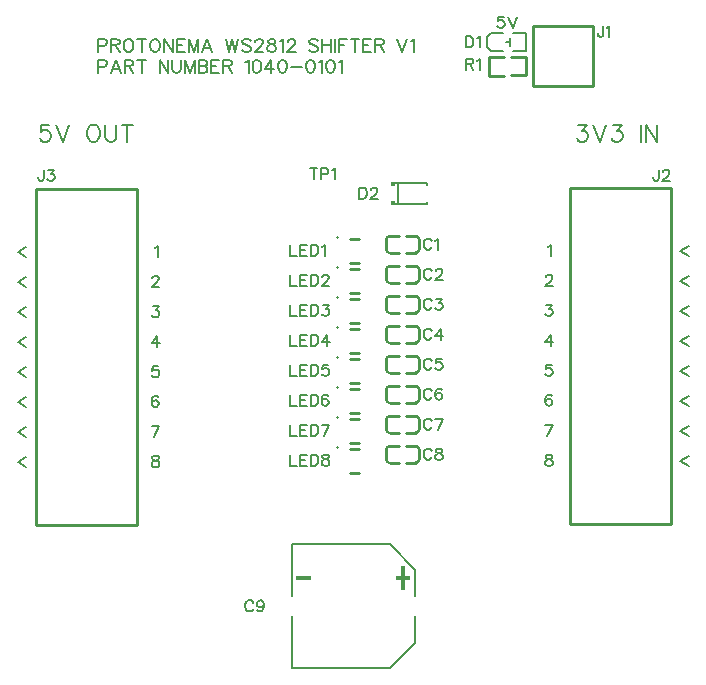
<source format=gto>
G04 Layer: TopSilkscreenLayer*
G04 Panelize: V-CUT, Column: 2, Row: 2, Board Size: 58.42mm x 58.42mm, Panelized Board Size: 118.84mm x 118.84mm*
G04 EasyEDA v6.5.32, 2023-07-25 17:18:32*
G04 beba70979ac64995a7ec55152f614d26,5a6b42c53f6a479593ecc07194224c93,10*
G04 Gerber Generator version 0.2*
G04 Scale: 100 percent, Rotated: No, Reflected: No *
G04 Dimensions in millimeters *
G04 leading zeros omitted , absolute positions ,4 integer and 5 decimal *
%FSLAX45Y45*%
%MOMM*%

%ADD10C,0.1524*%
%ADD11C,0.2000*%
%ADD12C,0.2540*%
%ADD13C,0.1500*%

%LPD*%
D10*
X5506465Y4495037D02*
G01*
X5506465Y4422394D01*
X5501893Y4408678D01*
X5497322Y4404105D01*
X5488177Y4399534D01*
X5479288Y4399534D01*
X5470143Y4404105D01*
X5465572Y4408678D01*
X5461000Y4422394D01*
X5461000Y4431537D01*
X5541009Y4472431D02*
G01*
X5541009Y4477004D01*
X5545581Y4485894D01*
X5550154Y4490465D01*
X5559297Y4495037D01*
X5577331Y4495037D01*
X5586475Y4490465D01*
X5591047Y4485894D01*
X5595620Y4477004D01*
X5595620Y4467860D01*
X5591047Y4458715D01*
X5581904Y4445000D01*
X5536438Y4399534D01*
X5600191Y4399534D01*
X299465Y4495164D02*
G01*
X299465Y4422267D01*
X294894Y4408804D01*
X290321Y4404232D01*
X281178Y4399661D01*
X272287Y4399661D01*
X263144Y4404232D01*
X258571Y4408804D01*
X254000Y4422267D01*
X254000Y4431411D01*
X338581Y4495164D02*
G01*
X388620Y4495164D01*
X361187Y4458843D01*
X374904Y4458843D01*
X384047Y4454270D01*
X388620Y4449698D01*
X393192Y4435982D01*
X393192Y4426838D01*
X388620Y4413377D01*
X379476Y4404232D01*
X365760Y4399661D01*
X352297Y4399661D01*
X338581Y4404232D01*
X334010Y4408804D01*
X329437Y4417948D01*
X4194797Y5790427D02*
G01*
X4149331Y5790427D01*
X4144759Y5749533D01*
X4149331Y5754105D01*
X4162793Y5758677D01*
X4176509Y5758677D01*
X4190225Y5754105D01*
X4199369Y5744961D01*
X4203941Y5731499D01*
X4203941Y5722355D01*
X4199369Y5708639D01*
X4190225Y5699495D01*
X4176509Y5694923D01*
X4162793Y5694923D01*
X4149331Y5699495D01*
X4144759Y5704067D01*
X4140187Y5713211D01*
X4233913Y5790427D02*
G01*
X4270235Y5694923D01*
X4306557Y5790427D02*
G01*
X4270235Y5694923D01*
D11*
X348487Y4875784D02*
G01*
X280415Y4875784D01*
X273557Y4814315D01*
X280415Y4821173D01*
X300736Y4828031D01*
X321310Y4828031D01*
X341629Y4821173D01*
X355345Y4807457D01*
X362204Y4787137D01*
X362204Y4773421D01*
X355345Y4753102D01*
X341629Y4739386D01*
X321310Y4732528D01*
X300736Y4732528D01*
X280415Y4739386D01*
X273557Y4746244D01*
X266700Y4759960D01*
X407162Y4875784D02*
G01*
X461771Y4732528D01*
X516128Y4875784D02*
G01*
X461771Y4732528D01*
X707136Y4875784D02*
G01*
X693420Y4868926D01*
X679957Y4855210D01*
X673100Y4841747D01*
X666242Y4821173D01*
X666242Y4787137D01*
X673100Y4766563D01*
X679957Y4753102D01*
X693420Y4739386D01*
X707136Y4732528D01*
X734313Y4732528D01*
X748029Y4739386D01*
X761745Y4753102D01*
X768604Y4766563D01*
X775462Y4787137D01*
X775462Y4821173D01*
X768604Y4841747D01*
X761745Y4855210D01*
X748029Y4868926D01*
X734313Y4875784D01*
X707136Y4875784D01*
X820420Y4875784D02*
G01*
X820420Y4773421D01*
X827278Y4753102D01*
X840739Y4739386D01*
X861313Y4732528D01*
X874776Y4732528D01*
X895350Y4739386D01*
X909065Y4753102D01*
X915670Y4773421D01*
X915670Y4875784D01*
X1008634Y4875784D02*
G01*
X1008634Y4732528D01*
X960881Y4875784D02*
G01*
X1056131Y4875784D01*
X4827015Y4875784D02*
G01*
X4901945Y4875784D01*
X4861052Y4821173D01*
X4881372Y4821173D01*
X4895088Y4814315D01*
X4901945Y4807457D01*
X4908804Y4787137D01*
X4908804Y4773421D01*
X4901945Y4753102D01*
X4888229Y4739386D01*
X4867909Y4732528D01*
X4847336Y4732528D01*
X4827015Y4739386D01*
X4820158Y4746244D01*
X4813300Y4759960D01*
X4953761Y4875784D02*
G01*
X5008372Y4732528D01*
X5062727Y4875784D02*
G01*
X5008372Y4732528D01*
X5121402Y4875784D02*
G01*
X5196586Y4875784D01*
X5155691Y4821173D01*
X5176011Y4821173D01*
X5189727Y4814315D01*
X5196586Y4807457D01*
X5203190Y4787137D01*
X5203190Y4773421D01*
X5196586Y4753102D01*
X5182870Y4739386D01*
X5162295Y4732528D01*
X5141975Y4732528D01*
X5121402Y4739386D01*
X5114543Y4746244D01*
X5107940Y4759960D01*
X5353304Y4875784D02*
G01*
X5353304Y4732528D01*
X5398261Y4875784D02*
G01*
X5398261Y4732528D01*
X5398261Y4875784D02*
G01*
X5493765Y4732528D01*
X5493765Y4875784D02*
G01*
X5493765Y4732528D01*
D10*
X4569211Y2082154D02*
G01*
X4555749Y2077582D01*
X4551177Y2068438D01*
X4551177Y2059294D01*
X4555749Y2050404D01*
X4564639Y2045832D01*
X4582927Y2041260D01*
X4596643Y2036688D01*
X4605787Y2027544D01*
X4610105Y2018400D01*
X4610105Y2004938D01*
X4605787Y1995794D01*
X4601215Y1991222D01*
X4587499Y1986650D01*
X4569211Y1986650D01*
X4555749Y1991222D01*
X4551177Y1995794D01*
X4546605Y2004938D01*
X4546605Y2018400D01*
X4551177Y2027544D01*
X4560321Y2036688D01*
X4573783Y2041260D01*
X4592071Y2045832D01*
X4601215Y2050404D01*
X4605787Y2059294D01*
X4605787Y2068438D01*
X4601215Y2077582D01*
X4587499Y2082154D01*
X4569211Y2082154D01*
X4610105Y2336154D02*
G01*
X4564639Y2240650D01*
X4546605Y2336154D02*
G01*
X4610105Y2336154D01*
X4601215Y2576438D02*
G01*
X4596643Y2585582D01*
X4582927Y2590154D01*
X4573783Y2590154D01*
X4560321Y2585582D01*
X4551177Y2571866D01*
X4546605Y2549260D01*
X4546605Y2526400D01*
X4551177Y2508366D01*
X4560321Y2499222D01*
X4573783Y2494650D01*
X4578355Y2494650D01*
X4592071Y2499222D01*
X4601215Y2508366D01*
X4605787Y2521828D01*
X4605787Y2526400D01*
X4601215Y2540116D01*
X4592071Y2549260D01*
X4578355Y2553832D01*
X4573783Y2553832D01*
X4560321Y2549260D01*
X4551177Y2540116D01*
X4546605Y2526400D01*
X4601215Y2844154D02*
G01*
X4555749Y2844154D01*
X4551177Y2803260D01*
X4555749Y2807832D01*
X4569211Y2812404D01*
X4582927Y2812404D01*
X4596643Y2807832D01*
X4605787Y2798688D01*
X4610105Y2784972D01*
X4610105Y2775828D01*
X4605787Y2762366D01*
X4596643Y2753222D01*
X4582927Y2748650D01*
X4569211Y2748650D01*
X4555749Y2753222D01*
X4551177Y2757794D01*
X4546605Y2766938D01*
X4592071Y3098154D02*
G01*
X4546605Y3034400D01*
X4614677Y3034400D01*
X4592071Y3098154D02*
G01*
X4592071Y3002650D01*
X4555749Y3352152D02*
G01*
X4605787Y3352152D01*
X4578355Y3315830D01*
X4592071Y3315830D01*
X4601215Y3311258D01*
X4605787Y3306686D01*
X4610105Y3292970D01*
X4610105Y3283826D01*
X4605787Y3270364D01*
X4596643Y3261220D01*
X4582927Y3256648D01*
X4569211Y3256648D01*
X4555749Y3261220D01*
X4551177Y3265792D01*
X4546605Y3274936D01*
X4551177Y3583292D02*
G01*
X4551177Y3587864D01*
X4555749Y3597008D01*
X4560321Y3601580D01*
X4569211Y3606152D01*
X4587499Y3606152D01*
X4596643Y3601580D01*
X4601215Y3597008D01*
X4605787Y3587864D01*
X4605787Y3578720D01*
X4601215Y3569830D01*
X4592071Y3556114D01*
X4546605Y3510648D01*
X4610105Y3510648D01*
X4572020Y3841882D02*
G01*
X4581164Y3846454D01*
X4594626Y3860170D01*
X4594626Y3764666D01*
X1238229Y2072248D02*
G01*
X1224767Y2067676D01*
X1220195Y2058532D01*
X1220195Y2049388D01*
X1224767Y2040498D01*
X1233657Y2035926D01*
X1251945Y2031354D01*
X1265661Y2026782D01*
X1274805Y2017638D01*
X1279123Y2008494D01*
X1279123Y1995032D01*
X1274805Y1985888D01*
X1270233Y1981316D01*
X1256517Y1976744D01*
X1238229Y1976744D01*
X1224767Y1981316D01*
X1220195Y1985888D01*
X1215623Y1995032D01*
X1215623Y2008494D01*
X1220195Y2017638D01*
X1229339Y2026782D01*
X1242801Y2031354D01*
X1261089Y2035926D01*
X1270233Y2040498D01*
X1274805Y2049388D01*
X1274805Y2058532D01*
X1270233Y2067676D01*
X1256517Y2072248D01*
X1238229Y2072248D01*
X1279123Y2326248D02*
G01*
X1233657Y2230744D01*
X1215623Y2326248D02*
G01*
X1279123Y2326248D01*
X1270233Y2566532D02*
G01*
X1265661Y2575676D01*
X1251945Y2580248D01*
X1242801Y2580248D01*
X1229339Y2575676D01*
X1220195Y2561960D01*
X1215623Y2539354D01*
X1215623Y2516494D01*
X1220195Y2498460D01*
X1229339Y2489316D01*
X1242801Y2484744D01*
X1247373Y2484744D01*
X1261089Y2489316D01*
X1270233Y2498460D01*
X1274805Y2511922D01*
X1274805Y2516494D01*
X1270233Y2530210D01*
X1261089Y2539354D01*
X1247373Y2543926D01*
X1242801Y2543926D01*
X1229339Y2539354D01*
X1220195Y2530210D01*
X1215623Y2516494D01*
X1270233Y2834248D02*
G01*
X1224767Y2834248D01*
X1220195Y2793354D01*
X1224767Y2797926D01*
X1238229Y2802498D01*
X1251945Y2802498D01*
X1265661Y2797926D01*
X1274805Y2788782D01*
X1279123Y2775066D01*
X1279123Y2765922D01*
X1274805Y2752460D01*
X1265661Y2743316D01*
X1251945Y2738744D01*
X1238229Y2738744D01*
X1224767Y2743316D01*
X1220195Y2747888D01*
X1215623Y2757032D01*
X1261089Y3088248D02*
G01*
X1215623Y3024494D01*
X1283695Y3024494D01*
X1261089Y3088248D02*
G01*
X1261089Y2992744D01*
X1224767Y3342246D02*
G01*
X1274805Y3342246D01*
X1247373Y3305924D01*
X1261089Y3305924D01*
X1270233Y3301352D01*
X1274805Y3296780D01*
X1279123Y3283064D01*
X1279123Y3273920D01*
X1274805Y3260458D01*
X1265661Y3251314D01*
X1251945Y3246742D01*
X1238229Y3246742D01*
X1224767Y3251314D01*
X1220195Y3255886D01*
X1215623Y3265030D01*
X1220195Y3573386D02*
G01*
X1220195Y3577958D01*
X1224767Y3587102D01*
X1229339Y3591674D01*
X1238229Y3596246D01*
X1256517Y3596246D01*
X1265661Y3591674D01*
X1270233Y3587102D01*
X1274805Y3577958D01*
X1274805Y3568814D01*
X1270233Y3559924D01*
X1261089Y3546208D01*
X1215623Y3500742D01*
X1279123Y3500742D01*
X1241038Y3831976D02*
G01*
X1250182Y3836548D01*
X1263644Y3850264D01*
X1263644Y3754760D01*
X762000Y5601715D02*
G01*
X762000Y5492750D01*
X762000Y5601715D02*
G01*
X808736Y5601715D01*
X824229Y5596636D01*
X829563Y5591302D01*
X834644Y5580887D01*
X834644Y5565394D01*
X829563Y5554979D01*
X824229Y5549900D01*
X808736Y5544565D01*
X762000Y5544565D01*
X868934Y5601715D02*
G01*
X868934Y5492750D01*
X868934Y5601715D02*
G01*
X915670Y5601715D01*
X931418Y5596636D01*
X936497Y5591302D01*
X941831Y5580887D01*
X941831Y5570473D01*
X936497Y5560060D01*
X931418Y5554979D01*
X915670Y5549900D01*
X868934Y5549900D01*
X905510Y5549900D02*
G01*
X941831Y5492750D01*
X1007110Y5601715D02*
G01*
X996950Y5596636D01*
X986536Y5586221D01*
X981202Y5575807D01*
X976121Y5560060D01*
X976121Y5534152D01*
X981202Y5518657D01*
X986536Y5508244D01*
X996950Y5497829D01*
X1007110Y5492750D01*
X1027937Y5492750D01*
X1038352Y5497829D01*
X1048765Y5508244D01*
X1054100Y5518657D01*
X1059179Y5534152D01*
X1059179Y5560060D01*
X1054100Y5575807D01*
X1048765Y5586221D01*
X1038352Y5596636D01*
X1027937Y5601715D01*
X1007110Y5601715D01*
X1129792Y5601715D02*
G01*
X1129792Y5492750D01*
X1093470Y5601715D02*
G01*
X1166113Y5601715D01*
X1231645Y5601715D02*
G01*
X1221231Y5596636D01*
X1210818Y5586221D01*
X1205737Y5575807D01*
X1200404Y5560060D01*
X1200404Y5534152D01*
X1205737Y5518657D01*
X1210818Y5508244D01*
X1221231Y5497829D01*
X1231645Y5492750D01*
X1252473Y5492750D01*
X1262887Y5497829D01*
X1273302Y5508244D01*
X1278381Y5518657D01*
X1283715Y5534152D01*
X1283715Y5560060D01*
X1278381Y5575807D01*
X1273302Y5586221D01*
X1262887Y5596636D01*
X1252473Y5601715D01*
X1231645Y5601715D01*
X1318005Y5601715D02*
G01*
X1318005Y5492750D01*
X1318005Y5601715D02*
G01*
X1390650Y5492750D01*
X1390650Y5601715D02*
G01*
X1390650Y5492750D01*
X1424939Y5601715D02*
G01*
X1424939Y5492750D01*
X1424939Y5601715D02*
G01*
X1492504Y5601715D01*
X1424939Y5549900D02*
G01*
X1466595Y5549900D01*
X1424939Y5492750D02*
G01*
X1492504Y5492750D01*
X1526794Y5601715D02*
G01*
X1526794Y5492750D01*
X1526794Y5601715D02*
G01*
X1568450Y5492750D01*
X1609852Y5601715D02*
G01*
X1568450Y5492750D01*
X1609852Y5601715D02*
G01*
X1609852Y5492750D01*
X1685797Y5601715D02*
G01*
X1644142Y5492750D01*
X1685797Y5601715D02*
G01*
X1727200Y5492750D01*
X1659889Y5529071D02*
G01*
X1711705Y5529071D01*
X1841500Y5601715D02*
G01*
X1867662Y5492750D01*
X1893570Y5601715D02*
G01*
X1867662Y5492750D01*
X1893570Y5601715D02*
G01*
X1919478Y5492750D01*
X1945640Y5601715D02*
G01*
X1919478Y5492750D01*
X2052574Y5586221D02*
G01*
X2042159Y5596636D01*
X2026665Y5601715D01*
X2005838Y5601715D01*
X1990090Y5596636D01*
X1979929Y5586221D01*
X1979929Y5575807D01*
X1985009Y5565394D01*
X1990090Y5560060D01*
X2000504Y5554979D01*
X2031745Y5544565D01*
X2042159Y5539486D01*
X2047240Y5534152D01*
X2052574Y5523737D01*
X2052574Y5508244D01*
X2042159Y5497829D01*
X2026665Y5492750D01*
X2005838Y5492750D01*
X1990090Y5497829D01*
X1979929Y5508244D01*
X2091943Y5575807D02*
G01*
X2091943Y5580887D01*
X2097277Y5591302D01*
X2102358Y5596636D01*
X2112772Y5601715D01*
X2133600Y5601715D01*
X2144013Y5596636D01*
X2149093Y5591302D01*
X2154427Y5580887D01*
X2154427Y5570473D01*
X2149093Y5560060D01*
X2138679Y5544565D01*
X2086863Y5492750D01*
X2159508Y5492750D01*
X2219959Y5601715D02*
G01*
X2204211Y5596636D01*
X2199131Y5586221D01*
X2199131Y5575807D01*
X2204211Y5565394D01*
X2214625Y5560060D01*
X2235454Y5554979D01*
X2250947Y5549900D01*
X2261361Y5539486D01*
X2266695Y5529071D01*
X2266695Y5513323D01*
X2261361Y5502910D01*
X2256281Y5497829D01*
X2240534Y5492750D01*
X2219959Y5492750D01*
X2204211Y5497829D01*
X2199131Y5502910D01*
X2193797Y5513323D01*
X2193797Y5529071D01*
X2199131Y5539486D01*
X2209545Y5549900D01*
X2225040Y5554979D01*
X2245868Y5560060D01*
X2256281Y5565394D01*
X2261361Y5575807D01*
X2261361Y5586221D01*
X2256281Y5596636D01*
X2240534Y5601715D01*
X2219959Y5601715D01*
X2300986Y5580887D02*
G01*
X2311400Y5586221D01*
X2326893Y5601715D01*
X2326893Y5492750D01*
X2366263Y5575807D02*
G01*
X2366263Y5580887D01*
X2371597Y5591302D01*
X2376677Y5596636D01*
X2387091Y5601715D01*
X2407920Y5601715D01*
X2418334Y5596636D01*
X2423413Y5591302D01*
X2428747Y5580887D01*
X2428747Y5570473D01*
X2423413Y5560060D01*
X2413000Y5544565D01*
X2361184Y5492750D01*
X2433827Y5492750D01*
X2621025Y5586221D02*
G01*
X2610611Y5596636D01*
X2594863Y5601715D01*
X2574290Y5601715D01*
X2558541Y5596636D01*
X2548127Y5586221D01*
X2548127Y5575807D01*
X2553461Y5565394D01*
X2558541Y5560060D01*
X2568956Y5554979D01*
X2600197Y5544565D01*
X2610611Y5539486D01*
X2615691Y5534152D01*
X2621025Y5523737D01*
X2621025Y5508244D01*
X2610611Y5497829D01*
X2594863Y5492750D01*
X2574290Y5492750D01*
X2558541Y5497829D01*
X2548127Y5508244D01*
X2655315Y5601715D02*
G01*
X2655315Y5492750D01*
X2727959Y5601715D02*
G01*
X2727959Y5492750D01*
X2655315Y5549900D02*
G01*
X2727959Y5549900D01*
X2762250Y5601715D02*
G01*
X2762250Y5492750D01*
X2796540Y5601715D02*
G01*
X2796540Y5492750D01*
X2796540Y5601715D02*
G01*
X2864104Y5601715D01*
X2796540Y5549900D02*
G01*
X2838195Y5549900D01*
X2934715Y5601715D02*
G01*
X2934715Y5492750D01*
X2898393Y5601715D02*
G01*
X2971038Y5601715D01*
X3005327Y5601715D02*
G01*
X3005327Y5492750D01*
X3005327Y5601715D02*
G01*
X3072891Y5601715D01*
X3005327Y5549900D02*
G01*
X3046984Y5549900D01*
X3005327Y5492750D02*
G01*
X3072891Y5492750D01*
X3107181Y5601715D02*
G01*
X3107181Y5492750D01*
X3107181Y5601715D02*
G01*
X3153918Y5601715D01*
X3169665Y5596636D01*
X3174745Y5591302D01*
X3180079Y5580887D01*
X3180079Y5570473D01*
X3174745Y5560060D01*
X3169665Y5554979D01*
X3153918Y5549900D01*
X3107181Y5549900D01*
X3143504Y5549900D02*
G01*
X3180079Y5492750D01*
X3294379Y5601715D02*
G01*
X3335781Y5492750D01*
X3377438Y5601715D02*
G01*
X3335781Y5492750D01*
X3411727Y5580887D02*
G01*
X3422141Y5586221D01*
X3437636Y5601715D01*
X3437636Y5492750D01*
X762000Y5423915D02*
G01*
X762000Y5314950D01*
X762000Y5423915D02*
G01*
X808736Y5423915D01*
X824229Y5418836D01*
X829563Y5413502D01*
X834644Y5403087D01*
X834644Y5387594D01*
X829563Y5377179D01*
X824229Y5372100D01*
X808736Y5366765D01*
X762000Y5366765D01*
X910589Y5423915D02*
G01*
X868934Y5314950D01*
X910589Y5423915D02*
G01*
X952245Y5314950D01*
X884681Y5351271D02*
G01*
X936497Y5351271D01*
X986536Y5423915D02*
G01*
X986536Y5314950D01*
X986536Y5423915D02*
G01*
X1033271Y5423915D01*
X1048765Y5418836D01*
X1054100Y5413502D01*
X1059179Y5403087D01*
X1059179Y5392673D01*
X1054100Y5382260D01*
X1048765Y5377179D01*
X1033271Y5372100D01*
X986536Y5372100D01*
X1022857Y5372100D02*
G01*
X1059179Y5314950D01*
X1129792Y5423915D02*
G01*
X1129792Y5314950D01*
X1093470Y5423915D02*
G01*
X1166113Y5423915D01*
X1280413Y5423915D02*
G01*
X1280413Y5314950D01*
X1280413Y5423915D02*
G01*
X1353312Y5314950D01*
X1353312Y5423915D02*
G01*
X1353312Y5314950D01*
X1387602Y5423915D02*
G01*
X1387602Y5345937D01*
X1392681Y5330444D01*
X1403095Y5320029D01*
X1418589Y5314950D01*
X1429004Y5314950D01*
X1444752Y5320029D01*
X1455165Y5330444D01*
X1460245Y5345937D01*
X1460245Y5423915D01*
X1494536Y5423915D02*
G01*
X1494536Y5314950D01*
X1494536Y5423915D02*
G01*
X1536192Y5314950D01*
X1577594Y5423915D02*
G01*
X1536192Y5314950D01*
X1577594Y5423915D02*
G01*
X1577594Y5314950D01*
X1611884Y5423915D02*
G01*
X1611884Y5314950D01*
X1611884Y5423915D02*
G01*
X1658620Y5423915D01*
X1674368Y5418836D01*
X1679447Y5413502D01*
X1684781Y5403087D01*
X1684781Y5392673D01*
X1679447Y5382260D01*
X1674368Y5377179D01*
X1658620Y5372100D01*
X1611884Y5372100D02*
G01*
X1658620Y5372100D01*
X1674368Y5366765D01*
X1679447Y5361686D01*
X1684781Y5351271D01*
X1684781Y5335523D01*
X1679447Y5325110D01*
X1674368Y5320029D01*
X1658620Y5314950D01*
X1611884Y5314950D01*
X1719071Y5423915D02*
G01*
X1719071Y5314950D01*
X1719071Y5423915D02*
G01*
X1786636Y5423915D01*
X1719071Y5372100D02*
G01*
X1760473Y5372100D01*
X1719071Y5314950D02*
G01*
X1786636Y5314950D01*
X1820926Y5423915D02*
G01*
X1820926Y5314950D01*
X1820926Y5423915D02*
G01*
X1867662Y5423915D01*
X1883155Y5418836D01*
X1888489Y5413502D01*
X1893570Y5403087D01*
X1893570Y5392673D01*
X1888489Y5382260D01*
X1883155Y5377179D01*
X1867662Y5372100D01*
X1820926Y5372100D01*
X1857247Y5372100D02*
G01*
X1893570Y5314950D01*
X2007870Y5403087D02*
G01*
X2018284Y5408421D01*
X2033777Y5423915D01*
X2033777Y5314950D01*
X2099309Y5423915D02*
G01*
X2083815Y5418836D01*
X2073402Y5403087D01*
X2068068Y5377179D01*
X2068068Y5361686D01*
X2073402Y5335523D01*
X2083815Y5320029D01*
X2099309Y5314950D01*
X2109724Y5314950D01*
X2125218Y5320029D01*
X2135631Y5335523D01*
X2140965Y5361686D01*
X2140965Y5377179D01*
X2135631Y5403087D01*
X2125218Y5418836D01*
X2109724Y5423915D01*
X2099309Y5423915D01*
X2227072Y5423915D02*
G01*
X2175256Y5351271D01*
X2252979Y5351271D01*
X2227072Y5423915D02*
G01*
X2227072Y5314950D01*
X2318511Y5423915D02*
G01*
X2303018Y5418836D01*
X2292604Y5403087D01*
X2287270Y5377179D01*
X2287270Y5361686D01*
X2292604Y5335523D01*
X2303018Y5320029D01*
X2318511Y5314950D01*
X2328925Y5314950D01*
X2344420Y5320029D01*
X2354834Y5335523D01*
X2360168Y5361686D01*
X2360168Y5377179D01*
X2354834Y5403087D01*
X2344420Y5418836D01*
X2328925Y5423915D01*
X2318511Y5423915D01*
X2394458Y5361686D02*
G01*
X2487929Y5361686D01*
X2553461Y5423915D02*
G01*
X2537713Y5418836D01*
X2527300Y5403087D01*
X2522220Y5377179D01*
X2522220Y5361686D01*
X2527300Y5335523D01*
X2537713Y5320029D01*
X2553461Y5314950D01*
X2563875Y5314950D01*
X2579370Y5320029D01*
X2589784Y5335523D01*
X2594863Y5361686D01*
X2594863Y5377179D01*
X2589784Y5403087D01*
X2579370Y5418836D01*
X2563875Y5423915D01*
X2553461Y5423915D01*
X2629154Y5403087D02*
G01*
X2639568Y5408421D01*
X2655315Y5423915D01*
X2655315Y5314950D01*
X2720593Y5423915D02*
G01*
X2705100Y5418836D01*
X2694686Y5403087D01*
X2689606Y5377179D01*
X2689606Y5361686D01*
X2694686Y5335523D01*
X2705100Y5320029D01*
X2720593Y5314950D01*
X2731008Y5314950D01*
X2746756Y5320029D01*
X2757170Y5335523D01*
X2762250Y5361686D01*
X2762250Y5377179D01*
X2757170Y5403087D01*
X2746756Y5418836D01*
X2731008Y5423915D01*
X2720593Y5423915D01*
X2796540Y5403087D02*
G01*
X2806954Y5408421D01*
X2822447Y5423915D01*
X2822447Y5314950D01*
X5036565Y5714237D02*
G01*
X5036565Y5641594D01*
X5031993Y5627878D01*
X5027422Y5623305D01*
X5018277Y5618734D01*
X5009388Y5618734D01*
X5000243Y5623305D01*
X4995672Y5627878D01*
X4991100Y5641594D01*
X4991100Y5650737D01*
X5066538Y5696204D02*
G01*
X5075681Y5700776D01*
X5089397Y5714237D01*
X5089397Y5618734D01*
X2584450Y4507737D02*
G01*
X2584450Y4412234D01*
X2552700Y4507737D02*
G01*
X2616454Y4507737D01*
X2646425Y4507737D02*
G01*
X2646425Y4412234D01*
X2646425Y4507737D02*
G01*
X2687320Y4507737D01*
X2700781Y4503165D01*
X2705354Y4498594D01*
X2709925Y4489704D01*
X2709925Y4475987D01*
X2705354Y4466844D01*
X2700781Y4462271D01*
X2687320Y4457700D01*
X2646425Y4457700D01*
X2739897Y4489704D02*
G01*
X2749041Y4494276D01*
X2762758Y4507737D01*
X2762758Y4412234D01*
X5762172Y3846184D02*
G01*
X5689528Y3805290D01*
X5762172Y3764396D01*
X5762172Y3592184D02*
G01*
X5689528Y3551290D01*
X5762172Y3510396D01*
X5762172Y3338184D02*
G01*
X5689528Y3297290D01*
X5762172Y3256396D01*
X5762172Y3084184D02*
G01*
X5689528Y3043290D01*
X5762172Y3002396D01*
X5762172Y2830184D02*
G01*
X5689528Y2789290D01*
X5762172Y2748396D01*
X5762172Y2576184D02*
G01*
X5689528Y2535290D01*
X5762172Y2494396D01*
X5762172Y2322184D02*
G01*
X5689528Y2281290D01*
X5762172Y2240396D01*
X5762172Y2068184D02*
G01*
X5689528Y2027290D01*
X5762172Y1986396D01*
X152450Y3756609D02*
G01*
X79806Y3797503D01*
X152450Y3838397D01*
X152450Y3502609D02*
G01*
X79806Y3543503D01*
X152450Y3584397D01*
X152450Y3248609D02*
G01*
X79806Y3289503D01*
X152450Y3330397D01*
X152450Y2994609D02*
G01*
X79806Y3035503D01*
X152450Y3076397D01*
X152450Y2740609D02*
G01*
X79806Y2781503D01*
X152450Y2822397D01*
X152450Y2486609D02*
G01*
X79806Y2527503D01*
X152450Y2568397D01*
X152450Y2232609D02*
G01*
X79806Y2273503D01*
X152450Y2314397D01*
X152450Y1978609D02*
G01*
X79806Y2019503D01*
X152450Y2060397D01*
X2387584Y3606022D02*
G01*
X2387584Y3510772D01*
X2387584Y3510772D02*
G01*
X2442194Y3510772D01*
X2472166Y3606022D02*
G01*
X2472166Y3510772D01*
X2472166Y3606022D02*
G01*
X2531348Y3606022D01*
X2472166Y3560556D02*
G01*
X2508488Y3560556D01*
X2472166Y3510772D02*
G01*
X2531348Y3510772D01*
X2561320Y3606022D02*
G01*
X2561320Y3510772D01*
X2561320Y3606022D02*
G01*
X2593070Y3606022D01*
X2606786Y3601450D01*
X2615676Y3592560D01*
X2620248Y3583416D01*
X2624820Y3569700D01*
X2624820Y3547094D01*
X2620248Y3533378D01*
X2615676Y3524234D01*
X2606786Y3515090D01*
X2593070Y3510772D01*
X2561320Y3510772D01*
X2659364Y3583416D02*
G01*
X2659364Y3587988D01*
X2663936Y3597132D01*
X2668508Y3601450D01*
X2677652Y3606022D01*
X2695686Y3606022D01*
X2704830Y3601450D01*
X2709402Y3597132D01*
X2713974Y3587988D01*
X2713974Y3578844D01*
X2709402Y3569700D01*
X2700258Y3555984D01*
X2654792Y3510772D01*
X2718546Y3510772D01*
X2387584Y3352022D02*
G01*
X2387584Y3256772D01*
X2387584Y3256772D02*
G01*
X2442194Y3256772D01*
X2472166Y3352022D02*
G01*
X2472166Y3256772D01*
X2472166Y3352022D02*
G01*
X2531348Y3352022D01*
X2472166Y3306556D02*
G01*
X2508488Y3306556D01*
X2472166Y3256772D02*
G01*
X2531348Y3256772D01*
X2561320Y3352022D02*
G01*
X2561320Y3256772D01*
X2561320Y3352022D02*
G01*
X2593070Y3352022D01*
X2606786Y3347450D01*
X2615676Y3338560D01*
X2620248Y3329416D01*
X2624820Y3315700D01*
X2624820Y3293094D01*
X2620248Y3279378D01*
X2615676Y3270234D01*
X2606786Y3261090D01*
X2593070Y3256772D01*
X2561320Y3256772D01*
X2663936Y3352022D02*
G01*
X2713974Y3352022D01*
X2686796Y3315700D01*
X2700258Y3315700D01*
X2709402Y3311128D01*
X2713974Y3306556D01*
X2718546Y3293094D01*
X2718546Y3283950D01*
X2713974Y3270234D01*
X2704830Y3261090D01*
X2691114Y3256772D01*
X2677652Y3256772D01*
X2663936Y3261090D01*
X2659364Y3265662D01*
X2654792Y3274806D01*
X2387584Y3098022D02*
G01*
X2387584Y3002772D01*
X2387584Y3002772D02*
G01*
X2442194Y3002772D01*
X2472166Y3098022D02*
G01*
X2472166Y3002772D01*
X2472166Y3098022D02*
G01*
X2531348Y3098022D01*
X2472166Y3052556D02*
G01*
X2508488Y3052556D01*
X2472166Y3002772D02*
G01*
X2531348Y3002772D01*
X2561320Y3098022D02*
G01*
X2561320Y3002772D01*
X2561320Y3098022D02*
G01*
X2593070Y3098022D01*
X2606786Y3093450D01*
X2615676Y3084560D01*
X2620248Y3075416D01*
X2624820Y3061700D01*
X2624820Y3039094D01*
X2620248Y3025378D01*
X2615676Y3016234D01*
X2606786Y3007090D01*
X2593070Y3002772D01*
X2561320Y3002772D01*
X2700258Y3098022D02*
G01*
X2654792Y3034522D01*
X2723118Y3034522D01*
X2700258Y3098022D02*
G01*
X2700258Y3002772D01*
X2387584Y2844022D02*
G01*
X2387584Y2748772D01*
X2387584Y2748772D02*
G01*
X2442194Y2748772D01*
X2472166Y2844022D02*
G01*
X2472166Y2748772D01*
X2472166Y2844022D02*
G01*
X2531348Y2844022D01*
X2472166Y2798556D02*
G01*
X2508488Y2798556D01*
X2472166Y2748772D02*
G01*
X2531348Y2748772D01*
X2561320Y2844022D02*
G01*
X2561320Y2748772D01*
X2561320Y2844022D02*
G01*
X2593070Y2844022D01*
X2606786Y2839450D01*
X2615676Y2830560D01*
X2620248Y2821416D01*
X2624820Y2807700D01*
X2624820Y2785094D01*
X2620248Y2771378D01*
X2615676Y2762234D01*
X2606786Y2753090D01*
X2593070Y2748772D01*
X2561320Y2748772D01*
X2709402Y2844022D02*
G01*
X2663936Y2844022D01*
X2659364Y2803128D01*
X2663936Y2807700D01*
X2677652Y2812272D01*
X2691114Y2812272D01*
X2704830Y2807700D01*
X2713974Y2798556D01*
X2718546Y2785094D01*
X2718546Y2775950D01*
X2713974Y2762234D01*
X2704830Y2753090D01*
X2691114Y2748772D01*
X2677652Y2748772D01*
X2663936Y2753090D01*
X2659364Y2757662D01*
X2654792Y2766806D01*
X2387584Y2590022D02*
G01*
X2387584Y2494772D01*
X2387584Y2494772D02*
G01*
X2442194Y2494772D01*
X2472166Y2590022D02*
G01*
X2472166Y2494772D01*
X2472166Y2590022D02*
G01*
X2531348Y2590022D01*
X2472166Y2544556D02*
G01*
X2508488Y2544556D01*
X2472166Y2494772D02*
G01*
X2531348Y2494772D01*
X2561320Y2590022D02*
G01*
X2561320Y2494772D01*
X2561320Y2590022D02*
G01*
X2593070Y2590022D01*
X2606786Y2585450D01*
X2615676Y2576560D01*
X2620248Y2567416D01*
X2624820Y2553700D01*
X2624820Y2531094D01*
X2620248Y2517378D01*
X2615676Y2508234D01*
X2606786Y2499090D01*
X2593070Y2494772D01*
X2561320Y2494772D01*
X2709402Y2576560D02*
G01*
X2704830Y2585450D01*
X2691114Y2590022D01*
X2682224Y2590022D01*
X2668508Y2585450D01*
X2659364Y2571988D01*
X2654792Y2549128D01*
X2654792Y2526522D01*
X2659364Y2508234D01*
X2668508Y2499090D01*
X2682224Y2494772D01*
X2686796Y2494772D01*
X2700258Y2499090D01*
X2709402Y2508234D01*
X2713974Y2521950D01*
X2713974Y2526522D01*
X2709402Y2539984D01*
X2700258Y2549128D01*
X2686796Y2553700D01*
X2682224Y2553700D01*
X2668508Y2549128D01*
X2659364Y2539984D01*
X2654792Y2526522D01*
X2387584Y2336022D02*
G01*
X2387584Y2240772D01*
X2387584Y2240772D02*
G01*
X2442194Y2240772D01*
X2472166Y2336022D02*
G01*
X2472166Y2240772D01*
X2472166Y2336022D02*
G01*
X2531348Y2336022D01*
X2472166Y2290556D02*
G01*
X2508488Y2290556D01*
X2472166Y2240772D02*
G01*
X2531348Y2240772D01*
X2561320Y2336022D02*
G01*
X2561320Y2240772D01*
X2561320Y2336022D02*
G01*
X2593070Y2336022D01*
X2606786Y2331450D01*
X2615676Y2322560D01*
X2620248Y2313416D01*
X2624820Y2299700D01*
X2624820Y2277094D01*
X2620248Y2263378D01*
X2615676Y2254234D01*
X2606786Y2245090D01*
X2593070Y2240772D01*
X2561320Y2240772D01*
X2718546Y2336022D02*
G01*
X2673080Y2240772D01*
X2654792Y2336022D02*
G01*
X2718546Y2336022D01*
X2387584Y2082022D02*
G01*
X2387584Y1986772D01*
X2387584Y1986772D02*
G01*
X2442194Y1986772D01*
X2472166Y2082022D02*
G01*
X2472166Y1986772D01*
X2472166Y2082022D02*
G01*
X2531348Y2082022D01*
X2472166Y2036556D02*
G01*
X2508488Y2036556D01*
X2472166Y1986772D02*
G01*
X2531348Y1986772D01*
X2561320Y2082022D02*
G01*
X2561320Y1986772D01*
X2561320Y2082022D02*
G01*
X2593070Y2082022D01*
X2606786Y2077450D01*
X2615676Y2068560D01*
X2620248Y2059416D01*
X2624820Y2045700D01*
X2624820Y2023094D01*
X2620248Y2009378D01*
X2615676Y2000234D01*
X2606786Y1991090D01*
X2593070Y1986772D01*
X2561320Y1986772D01*
X2677652Y2082022D02*
G01*
X2663936Y2077450D01*
X2659364Y2068560D01*
X2659364Y2059416D01*
X2663936Y2050272D01*
X2673080Y2045700D01*
X2691114Y2041128D01*
X2704830Y2036556D01*
X2713974Y2027666D01*
X2718546Y2018522D01*
X2718546Y2004806D01*
X2713974Y1995662D01*
X2709402Y1991090D01*
X2695686Y1986772D01*
X2677652Y1986772D01*
X2663936Y1991090D01*
X2659364Y1995662D01*
X2654792Y2004806D01*
X2654792Y2018522D01*
X2659364Y2027666D01*
X2668508Y2036556D01*
X2682224Y2041128D01*
X2700258Y2045700D01*
X2709402Y2050272D01*
X2713974Y2059416D01*
X2713974Y2068560D01*
X2709402Y2077450D01*
X2695686Y2082022D01*
X2677652Y2082022D01*
X2387589Y3860027D02*
G01*
X2387589Y3764777D01*
X2387589Y3764777D02*
G01*
X2442199Y3764777D01*
X2472171Y3860027D02*
G01*
X2472171Y3764777D01*
X2472171Y3860027D02*
G01*
X2531353Y3860027D01*
X2472171Y3814561D02*
G01*
X2508493Y3814561D01*
X2472171Y3764777D02*
G01*
X2531353Y3764777D01*
X2561325Y3860027D02*
G01*
X2561325Y3764777D01*
X2561325Y3860027D02*
G01*
X2593075Y3860027D01*
X2606791Y3855455D01*
X2615681Y3846565D01*
X2620253Y3837421D01*
X2624825Y3823705D01*
X2624825Y3801099D01*
X2620253Y3787383D01*
X2615681Y3778239D01*
X2606791Y3769095D01*
X2593075Y3764777D01*
X2561325Y3764777D01*
X2654797Y3841993D02*
G01*
X2663941Y3846565D01*
X2677657Y3860027D01*
X2677657Y3764777D01*
X3873505Y5434837D02*
G01*
X3873505Y5339334D01*
X3873505Y5434837D02*
G01*
X3914393Y5434837D01*
X3928109Y5430265D01*
X3932681Y5425694D01*
X3937256Y5416804D01*
X3937256Y5407660D01*
X3932681Y5398515D01*
X3928109Y5393944D01*
X3914393Y5389371D01*
X3873505Y5389371D01*
X3905255Y5389371D02*
G01*
X3937256Y5339334D01*
X3967225Y5416804D02*
G01*
X3976115Y5421376D01*
X3989831Y5434837D01*
X3989831Y5339334D01*
X3873500Y5625337D02*
G01*
X3873500Y5529834D01*
X3873500Y5625337D02*
G01*
X3905250Y5625337D01*
X3918965Y5620765D01*
X3928109Y5611876D01*
X3932681Y5602731D01*
X3937254Y5589015D01*
X3937254Y5566410D01*
X3932681Y5552694D01*
X3928109Y5543550D01*
X3918965Y5534405D01*
X3905250Y5529834D01*
X3873500Y5529834D01*
X3967225Y5607304D02*
G01*
X3976115Y5611876D01*
X3989831Y5625337D01*
X3989831Y5529834D01*
X3585972Y3888231D02*
G01*
X3581654Y3897376D01*
X3572509Y3906265D01*
X3563365Y3910837D01*
X3545077Y3910837D01*
X3536188Y3906265D01*
X3527043Y3897376D01*
X3522472Y3888231D01*
X3517900Y3874515D01*
X3517900Y3851910D01*
X3522472Y3838194D01*
X3527043Y3829050D01*
X3536188Y3819905D01*
X3545077Y3815334D01*
X3563365Y3815334D01*
X3572509Y3819905D01*
X3581654Y3829050D01*
X3585972Y3838194D01*
X3616197Y3892804D02*
G01*
X3625088Y3897376D01*
X3638804Y3910837D01*
X3638804Y3815334D01*
X3585972Y3634231D02*
G01*
X3581654Y3643376D01*
X3572509Y3652265D01*
X3563365Y3656837D01*
X3545077Y3656837D01*
X3536188Y3652265D01*
X3527043Y3643376D01*
X3522472Y3634231D01*
X3517900Y3620515D01*
X3517900Y3597910D01*
X3522472Y3584194D01*
X3527043Y3575050D01*
X3536188Y3565905D01*
X3545077Y3561334D01*
X3563365Y3561334D01*
X3572509Y3565905D01*
X3581654Y3575050D01*
X3585972Y3584194D01*
X3620515Y3634231D02*
G01*
X3620515Y3638804D01*
X3625088Y3647694D01*
X3629659Y3652265D01*
X3638804Y3656837D01*
X3657091Y3656837D01*
X3665981Y3652265D01*
X3670554Y3647694D01*
X3675125Y3638804D01*
X3675125Y3629660D01*
X3670554Y3620515D01*
X3661409Y3606800D01*
X3616197Y3561334D01*
X3679697Y3561334D01*
X3585972Y3380231D02*
G01*
X3581654Y3389376D01*
X3572509Y3398265D01*
X3563365Y3402837D01*
X3545077Y3402837D01*
X3536188Y3398265D01*
X3527043Y3389376D01*
X3522472Y3380231D01*
X3517900Y3366515D01*
X3517900Y3343910D01*
X3522472Y3330194D01*
X3527043Y3321050D01*
X3536188Y3311905D01*
X3545077Y3307334D01*
X3563365Y3307334D01*
X3572509Y3311905D01*
X3581654Y3321050D01*
X3585972Y3330194D01*
X3625088Y3402837D02*
G01*
X3675125Y3402837D01*
X3647947Y3366515D01*
X3661409Y3366515D01*
X3670554Y3361944D01*
X3675125Y3357371D01*
X3679697Y3343910D01*
X3679697Y3334765D01*
X3675125Y3321050D01*
X3665981Y3311905D01*
X3652520Y3307334D01*
X3638804Y3307334D01*
X3625088Y3311905D01*
X3620515Y3316478D01*
X3616197Y3325621D01*
X3585972Y3126231D02*
G01*
X3581654Y3135376D01*
X3572509Y3144265D01*
X3563365Y3148837D01*
X3545077Y3148837D01*
X3536188Y3144265D01*
X3527043Y3135376D01*
X3522472Y3126231D01*
X3517900Y3112515D01*
X3517900Y3089910D01*
X3522472Y3076194D01*
X3527043Y3067050D01*
X3536188Y3057905D01*
X3545077Y3053334D01*
X3563365Y3053334D01*
X3572509Y3057905D01*
X3581654Y3067050D01*
X3585972Y3076194D01*
X3661409Y3148837D02*
G01*
X3616197Y3085337D01*
X3684270Y3085337D01*
X3661409Y3148837D02*
G01*
X3661409Y3053334D01*
X3585972Y2872231D02*
G01*
X3581654Y2881376D01*
X3572509Y2890265D01*
X3563365Y2894837D01*
X3545077Y2894837D01*
X3536188Y2890265D01*
X3527043Y2881376D01*
X3522472Y2872231D01*
X3517900Y2858515D01*
X3517900Y2835910D01*
X3522472Y2822194D01*
X3527043Y2813050D01*
X3536188Y2803905D01*
X3545077Y2799334D01*
X3563365Y2799334D01*
X3572509Y2803905D01*
X3581654Y2813050D01*
X3585972Y2822194D01*
X3670554Y2894837D02*
G01*
X3625088Y2894837D01*
X3620515Y2853944D01*
X3625088Y2858515D01*
X3638804Y2863087D01*
X3652520Y2863087D01*
X3665981Y2858515D01*
X3675125Y2849371D01*
X3679697Y2835910D01*
X3679697Y2826765D01*
X3675125Y2813050D01*
X3665981Y2803905D01*
X3652520Y2799334D01*
X3638804Y2799334D01*
X3625088Y2803905D01*
X3620515Y2808478D01*
X3616197Y2817621D01*
X3585972Y2618231D02*
G01*
X3581654Y2627376D01*
X3572509Y2636265D01*
X3563365Y2640837D01*
X3545077Y2640837D01*
X3536188Y2636265D01*
X3527043Y2627376D01*
X3522472Y2618231D01*
X3517900Y2604515D01*
X3517900Y2581910D01*
X3522472Y2568194D01*
X3527043Y2559050D01*
X3536188Y2549905D01*
X3545077Y2545334D01*
X3563365Y2545334D01*
X3572509Y2549905D01*
X3581654Y2559050D01*
X3585972Y2568194D01*
X3670554Y2627376D02*
G01*
X3665981Y2636265D01*
X3652520Y2640837D01*
X3643375Y2640837D01*
X3629659Y2636265D01*
X3620515Y2622804D01*
X3616197Y2599944D01*
X3616197Y2577337D01*
X3620515Y2559050D01*
X3629659Y2549905D01*
X3643375Y2545334D01*
X3647947Y2545334D01*
X3661409Y2549905D01*
X3670554Y2559050D01*
X3675125Y2572765D01*
X3675125Y2577337D01*
X3670554Y2590800D01*
X3661409Y2599944D01*
X3647947Y2604515D01*
X3643375Y2604515D01*
X3629659Y2599944D01*
X3620515Y2590800D01*
X3616197Y2577337D01*
X3585972Y2364231D02*
G01*
X3581654Y2373376D01*
X3572509Y2382265D01*
X3563365Y2386837D01*
X3545077Y2386837D01*
X3536188Y2382265D01*
X3527043Y2373376D01*
X3522472Y2364231D01*
X3517900Y2350515D01*
X3517900Y2327910D01*
X3522472Y2314194D01*
X3527043Y2305050D01*
X3536188Y2295905D01*
X3545077Y2291334D01*
X3563365Y2291334D01*
X3572509Y2295905D01*
X3581654Y2305050D01*
X3585972Y2314194D01*
X3679697Y2386837D02*
G01*
X3634231Y2291334D01*
X3616197Y2386837D02*
G01*
X3679697Y2386837D01*
X3585972Y2110231D02*
G01*
X3581654Y2119376D01*
X3572509Y2128265D01*
X3563365Y2132837D01*
X3545077Y2132837D01*
X3536188Y2128265D01*
X3527043Y2119376D01*
X3522472Y2110231D01*
X3517900Y2096515D01*
X3517900Y2073910D01*
X3522472Y2060194D01*
X3527043Y2051050D01*
X3536188Y2041905D01*
X3545077Y2037334D01*
X3563365Y2037334D01*
X3572509Y2041905D01*
X3581654Y2051050D01*
X3585972Y2060194D01*
X3638804Y2132837D02*
G01*
X3625088Y2128265D01*
X3620515Y2119376D01*
X3620515Y2110231D01*
X3625088Y2101087D01*
X3634231Y2096515D01*
X3652520Y2091944D01*
X3665981Y2087371D01*
X3675125Y2078481D01*
X3679697Y2069337D01*
X3679697Y2055621D01*
X3675125Y2046478D01*
X3670554Y2041905D01*
X3657091Y2037334D01*
X3638804Y2037334D01*
X3625088Y2041905D01*
X3620515Y2046478D01*
X3616197Y2055621D01*
X3616197Y2069337D01*
X3620515Y2078481D01*
X3629659Y2087371D01*
X3643375Y2091944D01*
X3661409Y2096515D01*
X3670554Y2101087D01*
X3675125Y2110231D01*
X3675125Y2119376D01*
X3670554Y2128265D01*
X3657091Y2132837D01*
X3638804Y2132837D01*
X2074672Y827531D02*
G01*
X2070354Y836676D01*
X2061209Y845565D01*
X2052065Y850137D01*
X2033777Y850137D01*
X2024888Y845565D01*
X2015743Y836676D01*
X2011172Y827531D01*
X2006600Y813815D01*
X2006600Y791210D01*
X2011172Y777494D01*
X2015743Y768350D01*
X2024888Y759205D01*
X2033777Y754634D01*
X2052065Y754634D01*
X2061209Y759205D01*
X2070354Y768350D01*
X2074672Y777494D01*
X2163825Y818387D02*
G01*
X2159254Y804671D01*
X2150109Y795781D01*
X2136647Y791210D01*
X2132075Y791210D01*
X2118359Y795781D01*
X2109215Y804671D01*
X2104897Y818387D01*
X2104897Y822960D01*
X2109215Y836676D01*
X2118359Y845565D01*
X2132075Y850137D01*
X2136647Y850137D01*
X2150109Y845565D01*
X2159254Y836676D01*
X2163825Y818387D01*
X2163825Y795781D01*
X2159254Y772921D01*
X2150109Y759205D01*
X2136647Y754634D01*
X2127504Y754634D01*
X2113788Y759205D01*
X2109215Y768350D01*
X2971800Y4342637D02*
G01*
X2971800Y4247134D01*
X2971800Y4342637D02*
G01*
X3003550Y4342637D01*
X3017265Y4338065D01*
X3026409Y4329176D01*
X3030981Y4320031D01*
X3035554Y4306315D01*
X3035554Y4283710D01*
X3030981Y4269994D01*
X3026409Y4260850D01*
X3017265Y4251705D01*
X3003550Y4247134D01*
X2971800Y4247134D01*
X3070097Y4320031D02*
G01*
X3070097Y4324604D01*
X3074415Y4333494D01*
X3078988Y4338065D01*
X3088131Y4342637D01*
X3106420Y4342637D01*
X3115309Y4338065D01*
X3119881Y4333494D01*
X3124454Y4324604D01*
X3124454Y4315460D01*
X3119881Y4306315D01*
X3110991Y4292600D01*
X3065525Y4247134D01*
X3129025Y4247134D01*
G36*
X2436876Y1052423D02*
G01*
X2436876Y1021537D01*
X2560523Y1021537D01*
X2560523Y1052423D01*
G37*
G36*
X3281476Y1052423D02*
G01*
X3281476Y1021537D01*
X3405124Y1021537D01*
X3405124Y1052423D01*
G37*
G36*
X3327857Y1140002D02*
G01*
X3327857Y934008D01*
X3358743Y934008D01*
X3358743Y1140002D01*
G37*
G36*
X3240125Y4386834D02*
G01*
X3240125Y4357319D01*
X3270605Y4357319D01*
X3270605Y4386834D01*
G37*
G36*
X3240125Y4227880D02*
G01*
X3240125Y4198366D01*
X3270605Y4198366D01*
X3270605Y4227880D01*
G37*
D12*
X2781294Y3670307D02*
G01*
X2781294Y3669123D01*
X2897151Y3454407D02*
G01*
X2970245Y3454407D01*
X2897151Y3657607D02*
G01*
X2970240Y3657607D01*
X2781294Y3416307D02*
G01*
X2781294Y3415123D01*
X2897151Y3200407D02*
G01*
X2970245Y3200407D01*
X2897151Y3403607D02*
G01*
X2970240Y3403607D01*
X2781294Y3162307D02*
G01*
X2781294Y3161123D01*
X2897151Y2946407D02*
G01*
X2970245Y2946407D01*
X2897151Y3149607D02*
G01*
X2970240Y3149607D01*
X2781294Y2908307D02*
G01*
X2781294Y2907123D01*
X2897151Y2692407D02*
G01*
X2970245Y2692407D01*
X2897151Y2895607D02*
G01*
X2970240Y2895607D01*
X2781294Y2654307D02*
G01*
X2781294Y2653123D01*
X2897151Y2438407D02*
G01*
X2970245Y2438407D01*
X2897151Y2641607D02*
G01*
X2970240Y2641607D01*
X2781294Y2400307D02*
G01*
X2781294Y2399123D01*
X2897151Y2184407D02*
G01*
X2970245Y2184407D01*
X2897151Y2387607D02*
G01*
X2970240Y2387607D01*
X2781294Y2146307D02*
G01*
X2781294Y2145123D01*
X2897151Y1930407D02*
G01*
X2970245Y1930407D01*
X2897151Y2133607D02*
G01*
X2970240Y2133607D01*
X2781294Y3924307D02*
G01*
X2781294Y3923123D01*
X2897151Y3708407D02*
G01*
X2970245Y3708407D01*
X2897151Y3911607D02*
G01*
X2970240Y3911607D01*
X4074038Y5291587D02*
G01*
X4074038Y5451591D01*
X4384098Y5292097D02*
G01*
X4384098Y5452102D01*
X4199034Y5451591D02*
G01*
X4074038Y5451591D01*
X4199034Y5291587D02*
G01*
X4074038Y5291587D01*
X4259097Y5452102D02*
G01*
X4384098Y5452102D01*
X4259097Y5292097D02*
G01*
X4384098Y5292097D01*
D13*
X4246100Y5575523D02*
G01*
X4212099Y5575523D01*
X4054093Y5540296D02*
G01*
X4054093Y5530293D01*
X4084088Y5500291D01*
X4269094Y5650298D02*
G01*
X4384098Y5650298D01*
X4269094Y5500291D02*
G01*
X4384098Y5500291D01*
X4189097Y5650298D02*
G01*
X4084088Y5650298D01*
X4189097Y5500291D02*
G01*
X4084088Y5500291D01*
X4384098Y5650285D02*
G01*
X4384098Y5502295D01*
X4054093Y5610288D02*
G01*
X4054093Y5540296D01*
X4054093Y5610288D02*
G01*
X4054093Y5620303D01*
X4084088Y5650298D01*
X4246100Y5610296D02*
G01*
X4246100Y5542297D01*
D12*
X3479101Y3900777D02*
G01*
X3479101Y3820774D01*
X3368126Y3931762D02*
G01*
X3448123Y3931762D01*
X3368126Y3789796D02*
G01*
X3448123Y3789796D01*
X3310536Y3932344D02*
G01*
X3230537Y3932344D01*
X3199554Y3901361D02*
G01*
X3199554Y3821363D01*
X3310536Y3790383D02*
G01*
X3230537Y3790383D01*
X3479104Y3646774D02*
G01*
X3479104Y3566772D01*
X3368128Y3677759D02*
G01*
X3448126Y3677759D01*
X3368128Y3535794D02*
G01*
X3448126Y3535794D01*
X3310539Y3678341D02*
G01*
X3230539Y3678341D01*
X3199556Y3647358D02*
G01*
X3199556Y3567361D01*
X3310539Y3536381D02*
G01*
X3230539Y3536381D01*
X3479104Y3392774D02*
G01*
X3479104Y3312772D01*
X3368128Y3423759D02*
G01*
X3448126Y3423759D01*
X3368128Y3281794D02*
G01*
X3448126Y3281794D01*
X3310539Y3424341D02*
G01*
X3230539Y3424341D01*
X3199556Y3393358D02*
G01*
X3199556Y3313361D01*
X3310539Y3282381D02*
G01*
X3230539Y3282381D01*
X3479104Y3138774D02*
G01*
X3479104Y3058772D01*
X3368128Y3169759D02*
G01*
X3448126Y3169759D01*
X3368128Y3027794D02*
G01*
X3448126Y3027794D01*
X3310539Y3170341D02*
G01*
X3230539Y3170341D01*
X3199556Y3139358D02*
G01*
X3199556Y3059361D01*
X3310539Y3028381D02*
G01*
X3230539Y3028381D01*
X3479104Y2884774D02*
G01*
X3479104Y2804772D01*
X3368128Y2915759D02*
G01*
X3448126Y2915759D01*
X3368128Y2773794D02*
G01*
X3448126Y2773794D01*
X3310539Y2916341D02*
G01*
X3230539Y2916341D01*
X3199556Y2885358D02*
G01*
X3199556Y2805361D01*
X3310539Y2774381D02*
G01*
X3230539Y2774381D01*
X3479104Y2630774D02*
G01*
X3479104Y2550772D01*
X3368128Y2661759D02*
G01*
X3448126Y2661759D01*
X3368128Y2519794D02*
G01*
X3448126Y2519794D01*
X3310539Y2662341D02*
G01*
X3230539Y2662341D01*
X3199556Y2631358D02*
G01*
X3199556Y2551361D01*
X3310539Y2520381D02*
G01*
X3230539Y2520381D01*
X3479104Y2376774D02*
G01*
X3479104Y2296772D01*
X3368128Y2407759D02*
G01*
X3448126Y2407759D01*
X3368128Y2265794D02*
G01*
X3448126Y2265794D01*
X3310539Y2408341D02*
G01*
X3230539Y2408341D01*
X3199556Y2377358D02*
G01*
X3199556Y2297361D01*
X3310539Y2266381D02*
G01*
X3230539Y2266381D01*
X3479104Y2122774D02*
G01*
X3479104Y2042772D01*
X3368128Y2153759D02*
G01*
X3448126Y2153759D01*
X3368128Y2011794D02*
G01*
X3448126Y2011794D01*
X3310539Y2154341D02*
G01*
X3230539Y2154341D01*
X3199556Y2123358D02*
G01*
X3199556Y2043361D01*
X3310539Y2012381D02*
G01*
X3230539Y2012381D01*
D10*
X2398377Y714857D02*
G01*
X2398377Y277477D01*
X3229998Y277477D01*
X3443622Y491101D01*
X3443622Y714857D01*
X2398377Y885342D02*
G01*
X2398377Y1322722D01*
X3229998Y1322722D01*
X3443622Y1109098D01*
X3443622Y885342D01*
X3262980Y4379219D02*
G01*
X3544219Y4379219D01*
X3544219Y4379219D02*
G01*
X3544219Y4362419D01*
X3262980Y4205980D02*
G01*
X3544219Y4205980D01*
X3544219Y4205980D02*
G01*
X3544219Y4222780D01*
X3298670Y4379219D02*
G01*
X3298670Y4205980D01*
D12*
G75*
G01*
X3199549Y3901361D02*
G02*
X3230532Y3932344I30983J0D01*
G75*
G01*
X3230532Y3790378D02*
G02*
X3199549Y3821364I0J30983D01*
G75*
G01*
X3448119Y3931763D02*
G02*
X3479101Y3900777I0J-30983D01*
G75*
G01*
X3479101Y3820780D02*
G02*
X3448119Y3789797I-30982J0D01*
G75*
G01*
X3199552Y3647359D02*
G02*
X3230535Y3678342I30983J0D01*
G75*
G01*
X3230535Y3536376D02*
G02*
X3199552Y3567361I0J30983D01*
G75*
G01*
X3448121Y3677760D02*
G02*
X3479104Y3646775I0J-30983D01*
G75*
G01*
X3479104Y3566777D02*
G02*
X3448121Y3535794I-30983J0D01*
G75*
G01*
X3199552Y3393359D02*
G02*
X3230535Y3424342I30983J0D01*
G75*
G01*
X3230535Y3282376D02*
G02*
X3199552Y3313361I0J30983D01*
G75*
G01*
X3448121Y3423760D02*
G02*
X3479104Y3392775I0J-30983D01*
G75*
G01*
X3479104Y3312777D02*
G02*
X3448121Y3281794I-30983J0D01*
G75*
G01*
X3199552Y3139359D02*
G02*
X3230535Y3170342I30983J0D01*
G75*
G01*
X3230535Y3028376D02*
G02*
X3199552Y3059361I0J30983D01*
G75*
G01*
X3448121Y3169760D02*
G02*
X3479104Y3138775I0J-30983D01*
G75*
G01*
X3479104Y3058777D02*
G02*
X3448121Y3027794I-30983J0D01*
G75*
G01*
X3199552Y2885359D02*
G02*
X3230535Y2916342I30983J0D01*
G75*
G01*
X3230535Y2774376D02*
G02*
X3199552Y2805361I0J30983D01*
G75*
G01*
X3448121Y2915760D02*
G02*
X3479104Y2884775I0J-30983D01*
G75*
G01*
X3479104Y2804777D02*
G02*
X3448121Y2773794I-30983J0D01*
G75*
G01*
X3199552Y2631359D02*
G02*
X3230535Y2662342I30983J0D01*
G75*
G01*
X3230535Y2520376D02*
G02*
X3199552Y2551361I0J30983D01*
G75*
G01*
X3448121Y2661760D02*
G02*
X3479104Y2630775I0J-30983D01*
G75*
G01*
X3479104Y2550777D02*
G02*
X3448121Y2519794I-30983J0D01*
G75*
G01*
X3199552Y2377359D02*
G02*
X3230535Y2408342I30983J0D01*
G75*
G01*
X3230535Y2266376D02*
G02*
X3199552Y2297361I0J30983D01*
G75*
G01*
X3448121Y2407760D02*
G02*
X3479104Y2376775I0J-30983D01*
G75*
G01*
X3479104Y2296777D02*
G02*
X3448121Y2265794I-30983J0D01*
G75*
G01*
X3199552Y2123359D02*
G02*
X3230535Y2154342I30983J0D01*
G75*
G01*
X3230535Y2012376D02*
G02*
X3199552Y2043361I0J30983D01*
G75*
G01*
X3448121Y2153760D02*
G02*
X3479104Y2122775I0J-30983D01*
G75*
G01*
X3479104Y2042777D02*
G02*
X3448121Y2011794I-30983J0D01*
X4756581Y4340605D02*
G01*
X5606592Y4340605D01*
X5606592Y1490598D01*
X4756581Y1490598D01*
X4756581Y4340605D01*
X235407Y4334002D02*
G01*
X1085418Y4334002D01*
X1085418Y1483995D01*
X235407Y1483995D01*
X235407Y4334002D01*
X4445000Y5715000D02*
G01*
X4953000Y5715000D01*
X4953000Y5207000D01*
X4445000Y5207000D01*
X4445000Y5715000D01*
M02*

</source>
